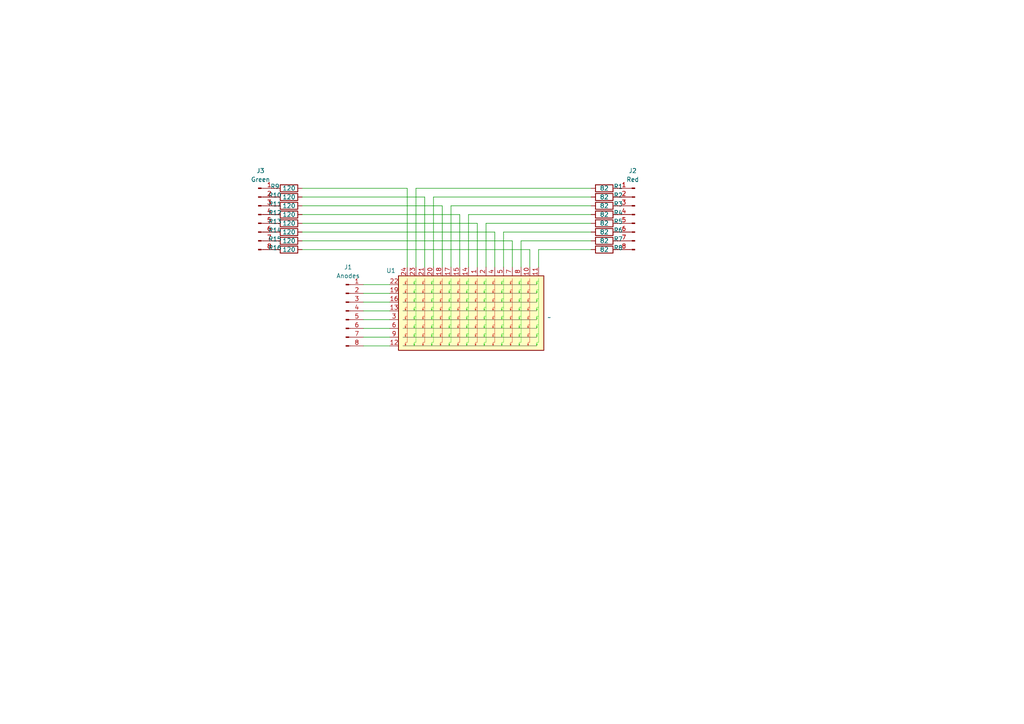
<source format=kicad_sch>
(kicad_sch (version 20250114) (generator "eeschema") (generator_version "9.0")
  (paper "A4")
  (lib_symbols
    (symbol "Connector:Conn_01x08_Pin" (pin_names (offset 1.016) (hide yes))
      (property "Reference" "J" (at 0 10.16 0))
      (property "Value" "Conn_01x08_Pin" (at 0 -12.7 0))
      (symbol "Conn_01x08_Pin_1_1"
        (pin passive line (at 5.08 7.62 180) (length 3.81) (name "Pin_1") (number "1"))
        (pin passive line (at 5.08 5.08 180) (length 3.81) (name "Pin_2") (number "2"))
        (pin passive line (at 5.08 2.54 180) (length 3.81) (name "Pin_3") (number "3"))
        (pin passive line (at 5.08 0 180) (length 3.81) (name "Pin_4") (number "4"))
        (pin passive line (at 5.08 -2.54 180) (length 3.81) (name "Pin_5") (number "5"))
        (pin passive line (at 5.08 -5.08 180) (length 3.81) (name "Pin_6") (number "6"))
        (pin passive line (at 5.08 -7.62 180) (length 3.81) (name "Pin_7") (number "7"))
        (pin passive line (at 5.08 -10.16 180) (length 3.81) (name "Pin_8") (number "8"))
      )
    )
    (symbol "Device:R" (pin_numbers (hide yes)) (pin_names (offset 0))
      (property "Reference" "R" (at 2.032 0 90))
      (property "Value" "R" (at 0 0 90))
      (symbol "R_1_1"
        (pin passive line (at 0 3.81 270) (length 1.27) (name "~") (number "1"))
        (pin passive line (at 0 -3.81 90) (length 1.27) (name "~") (number "2"))
      )
    )
    (symbol "DotMatrixLedDisplay:5mm_bicolor_CC_8x8_Led_Dot_Matrix_Display"
      (property "Reference" "U" (at 0 0 0))
      (symbol "5mm_bicolor_CC_8x8_Led_Dot_Matrix_Display_1_1"
        (pin input line (at -2.54 -2.54 0) (length 2.54) (name "") (number "22"))
        (pin input line (at -2.54 -5.08 0) (length 2.54) (name "") (number "19"))
        (pin input line (at -2.54 -7.62 0) (length 2.54) (name "") (number "16"))
        (pin input line (at -2.54 -10.16 0) (length 2.54) (name "") (number "13"))
        (pin input line (at -2.54 -12.7 0) (length 2.54) (name "") (number "3"))
        (pin input line (at -2.54 -15.24 0) (length 2.54) (name "") (number "6"))
        (pin input line (at -2.54 -17.78 0) (length 2.54) (name "") (number "9"))
        (pin input line (at -2.54 -20.32 0) (length 2.54) (name "") (number "12"))
        (pin input line (at 2.54 2.54 270) (length 2.54) (name "") (number "24"))
        (pin input line (at 5.08 2.54 270) (length 2.54) (name "") (number "23"))
        (pin input line (at 7.62 2.54 270) (length 2.54) (name "") (number "21"))
        (pin input line (at 10.16 2.54 270) (length 2.54) (name "") (number "20"))
        (pin input line (at 12.7 2.54 270) (length 2.54) (name "") (number "18"))
        (pin input line (at 15.24 2.54 270) (length 2.54) (name "") (number "17"))
        (pin input line (at 17.78 2.54 270) (length 2.54) (name "") (number "15"))
        (pin input line (at 20.32 2.54 270) (length 2.54) (name "") (number "14"))
        (pin input line (at 22.86 2.54 270) (length 2.54) (name "") (number "1"))
        (pin input line (at 25.4 2.54 270) (length 2.54) (name "") (number "2"))
        (pin input line (at 27.94 2.54 270) (length 2.54) (name "") (number "4"))
        (pin input line (at 30.48 2.54 270) (length 2.54) (name "") (number "5"))
        (pin input line (at 33.02 2.54 270) (length 2.54) (name "") (number "7"))
        (pin input line (at 35.56 2.54 270) (length 2.54) (name "") (number "8"))
        (pin input line (at 38.1 2.54 270) (length 2.54) (name "") (number "10"))
        (pin input line (at 40.64 2.54 270) (length 2.54) (name "") (number "11"))
      )
    )
  )
  (wire (pts (xy 135.89 62.23) (xy 171.45 62.23)))
  (wire (pts (xy 125.73 57.15) (xy 171.45 57.15)))
  (wire (pts (xy 146.05 77.47) (xy 146.05 67.31)))
  (wire (pts (xy 156.21 72.39) (xy 171.45 72.39)))
  (wire (pts (xy 153.67 77.47) (xy 153.67 72.39)))
  (wire (pts (xy 105.41 87.63) (xy 113.03 87.63)))
  (wire (pts (xy 105.41 82.55) (xy 113.03 82.55)))
  (wire (pts (xy 87.63 64.77) (xy 138.43 64.77)))
  (wire (pts (xy 133.35 77.47) (xy 133.35 62.23)))
  (wire (pts (xy 105.41 95.25) (xy 113.03 95.25)))
  (wire (pts (xy 130.81 77.47) (xy 130.81 59.69)))
  (wire (pts (xy 105.41 100.33) (xy 113.03 100.33)))
  (wire (pts (xy 105.41 85.09) (xy 113.03 85.09)))
  (wire (pts (xy 140.97 77.47) (xy 140.97 64.77)))
  (wire (pts (xy 105.41 97.79) (xy 113.03 97.79)))
  (wire (pts (xy 135.89 77.47) (xy 135.89 62.23)))
  (wire (pts (xy 143.51 77.47) (xy 143.51 67.31)))
  (wire (pts (xy 120.65 54.61) (xy 171.45 54.61)))
  (wire (pts (xy 123.19 77.47) (xy 123.19 57.15)))
  (wire (pts (xy 105.41 92.71) (xy 113.03 92.71)))
  (wire (pts (xy 130.81 59.69) (xy 171.45 59.69)))
  (wire (pts (xy 87.63 62.23) (xy 133.35 62.23)))
  (wire (pts (xy 118.11 77.47) (xy 118.11 54.61)))
  (wire (pts (xy 87.63 57.15) (xy 123.19 57.15)))
  (wire (pts (xy 87.63 72.39) (xy 153.67 72.39)))
  (wire (pts (xy 87.63 67.31) (xy 143.51 67.31)))
  (wire (pts (xy 146.05 67.31) (xy 171.45 67.31)))
  (wire (pts (xy 128.27 77.47) (xy 128.27 59.69)))
  (wire (pts (xy 156.21 77.47) (xy 156.21 72.39)))
  (wire (pts (xy 87.63 54.61) (xy 118.11 54.61)))
  (wire (pts (xy 148.59 77.47) (xy 148.59 69.85)))
  (wire (pts (xy 151.13 77.47) (xy 151.13 69.85)))
  (wire (pts (xy 138.43 77.47) (xy 138.43 64.77)))
  (wire (pts (xy 87.63 69.85) (xy 148.59 69.85)))
  (wire (pts (xy 87.63 59.69) (xy 128.27 59.69)))
  (wire (pts (xy 120.65 77.47) (xy 120.65 54.61)))
  (wire (pts (xy 125.73 77.47) (xy 125.73 57.15)))
  (wire (pts (xy 105.41 90.17) (xy 113.03 90.17)))
  (wire (pts (xy 151.13 69.85) (xy 171.45 69.85)))
  (wire (pts (xy 140.97 64.77) (xy 171.45 64.77)))
  (symbol (lib_id "Device:R") (at 83.82 59.69 270) (mirror x) (unit 1)
    (property "Reference" "R11" (at 79.756 59.182 90))
    (property "Value" "120" (at 83.82 59.69 90))
    (property "Footprint" "Resistor_SMD:R_0603_1608Metric" (effects (hide yes)))
    (property "Description" "Resistor" (effects (hide yes)))
  )
  (symbol (lib_id "Device:R") (at 83.82 64.77 270) (mirror x) (unit 1)
    (property "Reference" "R13" (at 79.756 64.262 90))
    (property "Value" "120" (at 83.82 64.77 90))
    (property "Footprint" "Resistor_SMD:R_0603_1608Metric" (effects (hide yes)))
    (property "Description" "Resistor" (effects (hide yes)))
  )
  (symbol (lib_id "Device:R") (at 175.26 54.61 90) (unit 1)
    (property "Reference" "R1" (at 179.324 54.102 90))
    (property "Value" "82" (at 175.26 54.61 90))
    (property "Footprint" "Resistor_SMD:R_0603_1608Metric" (effects (hide yes)))
    (property "Description" "Resistor" (effects (hide yes)))
  )
  (symbol (lib_id "Device:R") (at 175.26 67.31 90) (unit 1)
    (property "Reference" "R6" (at 179.324 66.802 90))
    (property "Value" "82" (at 175.26 67.31 90))
    (property "Footprint" "Resistor_SMD:R_0603_1608Metric" (effects (hide yes)))
    (property "Description" "Resistor" (effects (hide yes)))
  )
  (symbol (lib_id "Device:R") (at 175.26 62.23 90) (unit 1)
    (property "Reference" "R4" (at 179.324 61.722 90))
    (property "Value" "82" (at 175.26 62.23 90))
    (property "Footprint" "Resistor_SMD:R_0603_1608Metric" (effects (hide yes)))
    (property "Description" "Resistor" (effects (hide yes)))
  )
  (symbol (lib_id "DotMatrixLedDisplay:5mm_bicolor_CC_8x8_Led_Dot_Matrix_Display") (at 115.57 80.01 0) (unit 1)
    (property "Reference" "U1" (at 112.014 78.486 0) (effects (justify left)))
    (property "Value" "~" (at 158.75 92.075 0) (effects (justify left)))
    (property "Footprint" "DotMatrixDisp:8x8 5mm bicolor led dot matrix" (effects (hide yes)))
  )
  (symbol (lib_id "Connector:Conn_01x08_Pin") (at 100.33 90.17 0) (unit 1)
    (property "Reference" "J1" (at 100.965 77.47 0))
    (property "Value" "Anodes" (at 100.965 80.01 0))
    (property "Footprint" "Connector_PinHeader_2.54mm:PinHeader_1x08_P2.54mm_Vertical" (effects (hide yes)))
    (property "Description" "Generic connector, single row, 01x08, script generated" (effects (hide yes)))
  )
  (symbol (lib_id "Device:R") (at 83.82 72.39 270) (mirror x) (unit 1)
    (property "Reference" "R16" (at 79.756 71.882 90))
    (property "Value" "120" (at 83.82 72.39 90))
    (property "Footprint" "Resistor_SMD:R_0603_1608Metric" (effects (hide yes)))
    (property "Description" "Resistor" (effects (hide yes)))
  )
  (symbol (lib_id "Device:R") (at 83.82 54.61 270) (mirror x) (unit 1)
    (property "Reference" "R9" (at 79.756 54.102 90))
    (property "Value" "120" (at 83.82 54.61 90))
    (property "Footprint" "Resistor_SMD:R_0603_1608Metric" (effects (hide yes)))
    (property "Description" "Resistor" (effects (hide yes)))
  )
  (symbol (lib_id "Device:R") (at 83.82 67.31 270) (mirror x) (unit 1)
    (property "Reference" "R14" (at 79.756 66.802 90))
    (property "Value" "120" (at 83.82 67.31 90))
    (property "Footprint" "Resistor_SMD:R_0603_1608Metric" (effects (hide yes)))
    (property "Description" "Resistor" (effects (hide yes)))
  )
  (symbol (lib_id "Device:R") (at 83.82 69.85 270) (mirror x) (unit 1)
    (property "Reference" "R15" (at 79.756 69.342 90))
    (property "Value" "120" (at 83.82 69.85 90))
    (property "Footprint" "Resistor_SMD:R_0603_1608Metric" (effects (hide yes)))
    (property "Description" "Resistor" (effects (hide yes)))
  )
  (symbol (lib_id "Device:R") (at 175.26 69.85 90) (unit 1)
    (property "Reference" "R7" (at 179.324 69.342 90))
    (property "Value" "82" (at 175.26 69.85 90))
    (property "Footprint" "Resistor_SMD:R_0603_1608Metric" (effects (hide yes)))
    (property "Description" "Resistor" (effects (hide yes)))
  )
  (symbol (lib_id "Device:R") (at 175.26 57.15 90) (unit 1)
    (property "Reference" "R2" (at 179.324 56.642 90))
    (property "Value" "82" (at 175.26 57.15 90))
    (property "Footprint" "Resistor_SMD:R_0603_1608Metric" (effects (hide yes)))
    (property "Description" "Resistor" (effects (hide yes)))
  )
  (symbol (lib_id "Device:R") (at 83.82 57.15 270) (mirror x) (unit 1)
    (property "Reference" "R10" (at 79.756 56.642 90))
    (property "Value" "120" (at 83.82 57.15 90))
    (property "Footprint" "Resistor_SMD:R_0603_1608Metric" (effects (hide yes)))
    (property "Description" "Resistor" (effects (hide yes)))
  )
  (symbol (lib_id "Device:R") (at 175.26 59.69 90) (unit 1)
    (property "Reference" "R3" (at 179.324 59.182 90))
    (property "Value" "82" (at 175.26 59.69 90))
    (property "Footprint" "Resistor_SMD:R_0603_1608Metric" (effects (hide yes)))
    (property "Description" "Resistor" (effects (hide yes)))
  )
  (symbol (lib_id "Device:R") (at 175.26 64.77 90) (unit 1)
    (property "Reference" "R5" (at 179.324 64.262 90))
    (property "Value" "82" (at 175.26 64.77 90))
    (property "Footprint" "Resistor_SMD:R_0603_1608Metric" (effects (hide yes)))
    (property "Description" "Resistor" (effects (hide yes)))
  )
  (symbol (lib_id "Connector:Conn_01x08_Pin") (at 74.93 62.23 0) (unit 1)
    (property "Reference" "J3" (at 75.565 49.53 0))
    (property "Value" "Green" (at 75.565 52.07 0))
    (property "Footprint" "Connector_PinHeader_2.54mm:PinHeader_1x08_P2.54mm_Vertical" (effects (hide yes)))
    (property "Description" "Generic connector, single row, 01x08, script generated" (effects (hide yes)))
  )
  (symbol (lib_id "Connector:Conn_01x08_Pin") (at 184.15 62.23 0) (mirror y) (unit 1)
    (property "Reference" "J2" (at 183.515 49.53 0))
    (property "Value" "Red" (at 183.515 52.07 0))
    (property "Footprint" "Connector_PinHeader_2.54mm:PinHeader_1x08_P2.54mm_Vertical" (effects (hide yes)))
    (property "Description" "Generic connector, single row, 01x08, script generated" (effects (hide yes)))
  )
  (symbol (lib_id "Device:R") (at 83.82 62.23 270) (mirror x) (unit 1)
    (property "Reference" "R12" (at 79.756 61.722 90))
    (property "Value" "120" (at 83.82 62.23 90))
    (property "Footprint" "Resistor_SMD:R_0603_1608Metric" (effects (hide yes)))
    (property "Description" "Resistor" (effects (hide yes)))
  )
  (symbol (lib_id "Device:R") (at 175.26 72.39 90) (unit 1)
    (property "Reference" "R8" (at 179.324 71.882 90))
    (property "Value" "82" (at 175.26 72.39 90))
    (property "Footprint" "Resistor_SMD:R_0603_1608Metric" (effects (hide yes)))
    (property "Description" "Resistor" (effects (hide yes)))
  )
)
</source>
